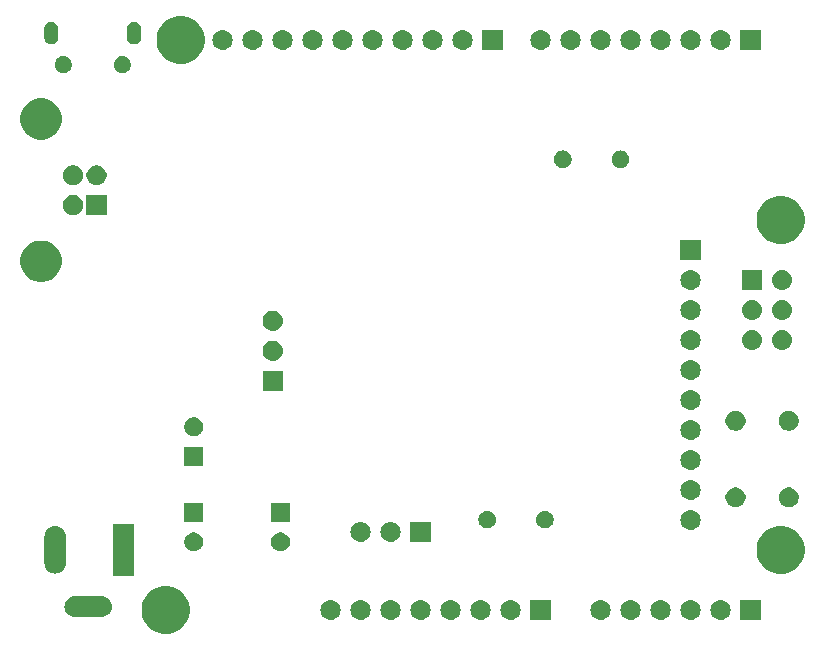
<source format=gbr>
G04 #@! TF.GenerationSoftware,KiCad,Pcbnew,(5.0.1)-3*
G04 #@! TF.CreationDate,2019-02-24T05:11:56+08:00*
G04 #@! TF.ProjectId,InuinoV3,496E75696E6F56332E6B696361645F70,rev?*
G04 #@! TF.SameCoordinates,Original*
G04 #@! TF.FileFunction,Soldermask,Bot*
G04 #@! TF.FilePolarity,Negative*
%FSLAX46Y46*%
G04 Gerber Fmt 4.6, Leading zero omitted, Abs format (unit mm)*
G04 Created by KiCad (PCBNEW (5.0.1)-3) date 2019/2/24 上午 05:11:56*
%MOMM*%
%LPD*%
G01*
G04 APERTURE LIST*
%ADD10C,0.100000*%
G04 APERTURE END LIST*
D10*
G36*
X125560712Y-121871088D02*
X125930510Y-122024263D01*
X125930513Y-122024265D01*
X126263325Y-122246643D01*
X126546357Y-122529675D01*
X126722343Y-122793057D01*
X126768737Y-122862490D01*
X126921912Y-123232288D01*
X127000000Y-123624864D01*
X127000000Y-124025136D01*
X126921912Y-124417712D01*
X126768737Y-124787510D01*
X126768735Y-124787513D01*
X126546357Y-125120325D01*
X126263325Y-125403357D01*
X125930513Y-125625735D01*
X125930510Y-125625737D01*
X125560712Y-125778912D01*
X125168136Y-125857000D01*
X124767864Y-125857000D01*
X124375288Y-125778912D01*
X124005490Y-125625737D01*
X124005487Y-125625735D01*
X123672675Y-125403357D01*
X123389643Y-125120325D01*
X123167265Y-124787513D01*
X123167263Y-124787510D01*
X123014088Y-124417712D01*
X122936000Y-124025136D01*
X122936000Y-123624864D01*
X123014088Y-123232288D01*
X123167263Y-122862490D01*
X123213657Y-122793057D01*
X123389643Y-122529675D01*
X123672675Y-122246643D01*
X124005487Y-122024265D01*
X124005490Y-122024263D01*
X124375288Y-121871088D01*
X124767864Y-121793000D01*
X125168136Y-121793000D01*
X125560712Y-121871088D01*
X125560712Y-121871088D01*
G37*
G36*
X157568000Y-124675000D02*
X155868000Y-124675000D01*
X155868000Y-122975000D01*
X157568000Y-122975000D01*
X157568000Y-124675000D01*
X157568000Y-124675000D01*
G37*
G36*
X154344630Y-122987299D02*
X154504855Y-123035903D01*
X154652520Y-123114831D01*
X154781949Y-123221051D01*
X154888169Y-123350480D01*
X154967097Y-123498145D01*
X155015701Y-123658370D01*
X155032112Y-123825000D01*
X155015701Y-123991630D01*
X154967097Y-124151855D01*
X154888169Y-124299520D01*
X154781949Y-124428949D01*
X154652520Y-124535169D01*
X154504855Y-124614097D01*
X154344630Y-124662701D01*
X154219752Y-124675000D01*
X154136248Y-124675000D01*
X154011370Y-124662701D01*
X153851145Y-124614097D01*
X153703480Y-124535169D01*
X153574051Y-124428949D01*
X153467831Y-124299520D01*
X153388903Y-124151855D01*
X153340299Y-123991630D01*
X153323888Y-123825000D01*
X153340299Y-123658370D01*
X153388903Y-123498145D01*
X153467831Y-123350480D01*
X153574051Y-123221051D01*
X153703480Y-123114831D01*
X153851145Y-123035903D01*
X154011370Y-122987299D01*
X154136248Y-122975000D01*
X154219752Y-122975000D01*
X154344630Y-122987299D01*
X154344630Y-122987299D01*
G37*
G36*
X151804630Y-122987299D02*
X151964855Y-123035903D01*
X152112520Y-123114831D01*
X152241949Y-123221051D01*
X152348169Y-123350480D01*
X152427097Y-123498145D01*
X152475701Y-123658370D01*
X152492112Y-123825000D01*
X152475701Y-123991630D01*
X152427097Y-124151855D01*
X152348169Y-124299520D01*
X152241949Y-124428949D01*
X152112520Y-124535169D01*
X151964855Y-124614097D01*
X151804630Y-124662701D01*
X151679752Y-124675000D01*
X151596248Y-124675000D01*
X151471370Y-124662701D01*
X151311145Y-124614097D01*
X151163480Y-124535169D01*
X151034051Y-124428949D01*
X150927831Y-124299520D01*
X150848903Y-124151855D01*
X150800299Y-123991630D01*
X150783888Y-123825000D01*
X150800299Y-123658370D01*
X150848903Y-123498145D01*
X150927831Y-123350480D01*
X151034051Y-123221051D01*
X151163480Y-123114831D01*
X151311145Y-123035903D01*
X151471370Y-122987299D01*
X151596248Y-122975000D01*
X151679752Y-122975000D01*
X151804630Y-122987299D01*
X151804630Y-122987299D01*
G37*
G36*
X149264630Y-122987299D02*
X149424855Y-123035903D01*
X149572520Y-123114831D01*
X149701949Y-123221051D01*
X149808169Y-123350480D01*
X149887097Y-123498145D01*
X149935701Y-123658370D01*
X149952112Y-123825000D01*
X149935701Y-123991630D01*
X149887097Y-124151855D01*
X149808169Y-124299520D01*
X149701949Y-124428949D01*
X149572520Y-124535169D01*
X149424855Y-124614097D01*
X149264630Y-124662701D01*
X149139752Y-124675000D01*
X149056248Y-124675000D01*
X148931370Y-124662701D01*
X148771145Y-124614097D01*
X148623480Y-124535169D01*
X148494051Y-124428949D01*
X148387831Y-124299520D01*
X148308903Y-124151855D01*
X148260299Y-123991630D01*
X148243888Y-123825000D01*
X148260299Y-123658370D01*
X148308903Y-123498145D01*
X148387831Y-123350480D01*
X148494051Y-123221051D01*
X148623480Y-123114831D01*
X148771145Y-123035903D01*
X148931370Y-122987299D01*
X149056248Y-122975000D01*
X149139752Y-122975000D01*
X149264630Y-122987299D01*
X149264630Y-122987299D01*
G37*
G36*
X146724630Y-122987299D02*
X146884855Y-123035903D01*
X147032520Y-123114831D01*
X147161949Y-123221051D01*
X147268169Y-123350480D01*
X147347097Y-123498145D01*
X147395701Y-123658370D01*
X147412112Y-123825000D01*
X147395701Y-123991630D01*
X147347097Y-124151855D01*
X147268169Y-124299520D01*
X147161949Y-124428949D01*
X147032520Y-124535169D01*
X146884855Y-124614097D01*
X146724630Y-124662701D01*
X146599752Y-124675000D01*
X146516248Y-124675000D01*
X146391370Y-124662701D01*
X146231145Y-124614097D01*
X146083480Y-124535169D01*
X145954051Y-124428949D01*
X145847831Y-124299520D01*
X145768903Y-124151855D01*
X145720299Y-123991630D01*
X145703888Y-123825000D01*
X145720299Y-123658370D01*
X145768903Y-123498145D01*
X145847831Y-123350480D01*
X145954051Y-123221051D01*
X146083480Y-123114831D01*
X146231145Y-123035903D01*
X146391370Y-122987299D01*
X146516248Y-122975000D01*
X146599752Y-122975000D01*
X146724630Y-122987299D01*
X146724630Y-122987299D01*
G37*
G36*
X161964630Y-122987299D02*
X162124855Y-123035903D01*
X162272520Y-123114831D01*
X162401949Y-123221051D01*
X162508169Y-123350480D01*
X162587097Y-123498145D01*
X162635701Y-123658370D01*
X162652112Y-123825000D01*
X162635701Y-123991630D01*
X162587097Y-124151855D01*
X162508169Y-124299520D01*
X162401949Y-124428949D01*
X162272520Y-124535169D01*
X162124855Y-124614097D01*
X161964630Y-124662701D01*
X161839752Y-124675000D01*
X161756248Y-124675000D01*
X161631370Y-124662701D01*
X161471145Y-124614097D01*
X161323480Y-124535169D01*
X161194051Y-124428949D01*
X161087831Y-124299520D01*
X161008903Y-124151855D01*
X160960299Y-123991630D01*
X160943888Y-123825000D01*
X160960299Y-123658370D01*
X161008903Y-123498145D01*
X161087831Y-123350480D01*
X161194051Y-123221051D01*
X161323480Y-123114831D01*
X161471145Y-123035903D01*
X161631370Y-122987299D01*
X161756248Y-122975000D01*
X161839752Y-122975000D01*
X161964630Y-122987299D01*
X161964630Y-122987299D01*
G37*
G36*
X164504630Y-122987299D02*
X164664855Y-123035903D01*
X164812520Y-123114831D01*
X164941949Y-123221051D01*
X165048169Y-123350480D01*
X165127097Y-123498145D01*
X165175701Y-123658370D01*
X165192112Y-123825000D01*
X165175701Y-123991630D01*
X165127097Y-124151855D01*
X165048169Y-124299520D01*
X164941949Y-124428949D01*
X164812520Y-124535169D01*
X164664855Y-124614097D01*
X164504630Y-124662701D01*
X164379752Y-124675000D01*
X164296248Y-124675000D01*
X164171370Y-124662701D01*
X164011145Y-124614097D01*
X163863480Y-124535169D01*
X163734051Y-124428949D01*
X163627831Y-124299520D01*
X163548903Y-124151855D01*
X163500299Y-123991630D01*
X163483888Y-123825000D01*
X163500299Y-123658370D01*
X163548903Y-123498145D01*
X163627831Y-123350480D01*
X163734051Y-123221051D01*
X163863480Y-123114831D01*
X164011145Y-123035903D01*
X164171370Y-122987299D01*
X164296248Y-122975000D01*
X164379752Y-122975000D01*
X164504630Y-122987299D01*
X164504630Y-122987299D01*
G37*
G36*
X167044630Y-122987299D02*
X167204855Y-123035903D01*
X167352520Y-123114831D01*
X167481949Y-123221051D01*
X167588169Y-123350480D01*
X167667097Y-123498145D01*
X167715701Y-123658370D01*
X167732112Y-123825000D01*
X167715701Y-123991630D01*
X167667097Y-124151855D01*
X167588169Y-124299520D01*
X167481949Y-124428949D01*
X167352520Y-124535169D01*
X167204855Y-124614097D01*
X167044630Y-124662701D01*
X166919752Y-124675000D01*
X166836248Y-124675000D01*
X166711370Y-124662701D01*
X166551145Y-124614097D01*
X166403480Y-124535169D01*
X166274051Y-124428949D01*
X166167831Y-124299520D01*
X166088903Y-124151855D01*
X166040299Y-123991630D01*
X166023888Y-123825000D01*
X166040299Y-123658370D01*
X166088903Y-123498145D01*
X166167831Y-123350480D01*
X166274051Y-123221051D01*
X166403480Y-123114831D01*
X166551145Y-123035903D01*
X166711370Y-122987299D01*
X166836248Y-122975000D01*
X166919752Y-122975000D01*
X167044630Y-122987299D01*
X167044630Y-122987299D01*
G37*
G36*
X169584630Y-122987299D02*
X169744855Y-123035903D01*
X169892520Y-123114831D01*
X170021949Y-123221051D01*
X170128169Y-123350480D01*
X170207097Y-123498145D01*
X170255701Y-123658370D01*
X170272112Y-123825000D01*
X170255701Y-123991630D01*
X170207097Y-124151855D01*
X170128169Y-124299520D01*
X170021949Y-124428949D01*
X169892520Y-124535169D01*
X169744855Y-124614097D01*
X169584630Y-124662701D01*
X169459752Y-124675000D01*
X169376248Y-124675000D01*
X169251370Y-124662701D01*
X169091145Y-124614097D01*
X168943480Y-124535169D01*
X168814051Y-124428949D01*
X168707831Y-124299520D01*
X168628903Y-124151855D01*
X168580299Y-123991630D01*
X168563888Y-123825000D01*
X168580299Y-123658370D01*
X168628903Y-123498145D01*
X168707831Y-123350480D01*
X168814051Y-123221051D01*
X168943480Y-123114831D01*
X169091145Y-123035903D01*
X169251370Y-122987299D01*
X169376248Y-122975000D01*
X169459752Y-122975000D01*
X169584630Y-122987299D01*
X169584630Y-122987299D01*
G37*
G36*
X172124630Y-122987299D02*
X172284855Y-123035903D01*
X172432520Y-123114831D01*
X172561949Y-123221051D01*
X172668169Y-123350480D01*
X172747097Y-123498145D01*
X172795701Y-123658370D01*
X172812112Y-123825000D01*
X172795701Y-123991630D01*
X172747097Y-124151855D01*
X172668169Y-124299520D01*
X172561949Y-124428949D01*
X172432520Y-124535169D01*
X172284855Y-124614097D01*
X172124630Y-124662701D01*
X171999752Y-124675000D01*
X171916248Y-124675000D01*
X171791370Y-124662701D01*
X171631145Y-124614097D01*
X171483480Y-124535169D01*
X171354051Y-124428949D01*
X171247831Y-124299520D01*
X171168903Y-124151855D01*
X171120299Y-123991630D01*
X171103888Y-123825000D01*
X171120299Y-123658370D01*
X171168903Y-123498145D01*
X171247831Y-123350480D01*
X171354051Y-123221051D01*
X171483480Y-123114831D01*
X171631145Y-123035903D01*
X171791370Y-122987299D01*
X171916248Y-122975000D01*
X171999752Y-122975000D01*
X172124630Y-122987299D01*
X172124630Y-122987299D01*
G37*
G36*
X175348000Y-124675000D02*
X173648000Y-124675000D01*
X173648000Y-122975000D01*
X175348000Y-122975000D01*
X175348000Y-124675000D01*
X175348000Y-124675000D01*
G37*
G36*
X139104630Y-122987299D02*
X139264855Y-123035903D01*
X139412520Y-123114831D01*
X139541949Y-123221051D01*
X139648169Y-123350480D01*
X139727097Y-123498145D01*
X139775701Y-123658370D01*
X139792112Y-123825000D01*
X139775701Y-123991630D01*
X139727097Y-124151855D01*
X139648169Y-124299520D01*
X139541949Y-124428949D01*
X139412520Y-124535169D01*
X139264855Y-124614097D01*
X139104630Y-124662701D01*
X138979752Y-124675000D01*
X138896248Y-124675000D01*
X138771370Y-124662701D01*
X138611145Y-124614097D01*
X138463480Y-124535169D01*
X138334051Y-124428949D01*
X138227831Y-124299520D01*
X138148903Y-124151855D01*
X138100299Y-123991630D01*
X138083888Y-123825000D01*
X138100299Y-123658370D01*
X138148903Y-123498145D01*
X138227831Y-123350480D01*
X138334051Y-123221051D01*
X138463480Y-123114831D01*
X138611145Y-123035903D01*
X138771370Y-122987299D01*
X138896248Y-122975000D01*
X138979752Y-122975000D01*
X139104630Y-122987299D01*
X139104630Y-122987299D01*
G37*
G36*
X141644630Y-122987299D02*
X141804855Y-123035903D01*
X141952520Y-123114831D01*
X142081949Y-123221051D01*
X142188169Y-123350480D01*
X142267097Y-123498145D01*
X142315701Y-123658370D01*
X142332112Y-123825000D01*
X142315701Y-123991630D01*
X142267097Y-124151855D01*
X142188169Y-124299520D01*
X142081949Y-124428949D01*
X141952520Y-124535169D01*
X141804855Y-124614097D01*
X141644630Y-124662701D01*
X141519752Y-124675000D01*
X141436248Y-124675000D01*
X141311370Y-124662701D01*
X141151145Y-124614097D01*
X141003480Y-124535169D01*
X140874051Y-124428949D01*
X140767831Y-124299520D01*
X140688903Y-124151855D01*
X140640299Y-123991630D01*
X140623888Y-123825000D01*
X140640299Y-123658370D01*
X140688903Y-123498145D01*
X140767831Y-123350480D01*
X140874051Y-123221051D01*
X141003480Y-123114831D01*
X141151145Y-123035903D01*
X141311370Y-122987299D01*
X141436248Y-122975000D01*
X141519752Y-122975000D01*
X141644630Y-122987299D01*
X141644630Y-122987299D01*
G37*
G36*
X144184630Y-122987299D02*
X144344855Y-123035903D01*
X144492520Y-123114831D01*
X144621949Y-123221051D01*
X144728169Y-123350480D01*
X144807097Y-123498145D01*
X144855701Y-123658370D01*
X144872112Y-123825000D01*
X144855701Y-123991630D01*
X144807097Y-124151855D01*
X144728169Y-124299520D01*
X144621949Y-124428949D01*
X144492520Y-124535169D01*
X144344855Y-124614097D01*
X144184630Y-124662701D01*
X144059752Y-124675000D01*
X143976248Y-124675000D01*
X143851370Y-124662701D01*
X143691145Y-124614097D01*
X143543480Y-124535169D01*
X143414051Y-124428949D01*
X143307831Y-124299520D01*
X143228903Y-124151855D01*
X143180299Y-123991630D01*
X143163888Y-123825000D01*
X143180299Y-123658370D01*
X143228903Y-123498145D01*
X143307831Y-123350480D01*
X143414051Y-123221051D01*
X143543480Y-123114831D01*
X143691145Y-123035903D01*
X143851370Y-122987299D01*
X143976248Y-122975000D01*
X144059752Y-122975000D01*
X144184630Y-122987299D01*
X144184630Y-122987299D01*
G37*
G36*
X119688432Y-122658022D02*
X119858081Y-122709485D01*
X120014433Y-122793056D01*
X120151475Y-122905525D01*
X120263944Y-123042567D01*
X120347515Y-123198919D01*
X120398978Y-123368568D01*
X120416354Y-123545000D01*
X120398978Y-123721432D01*
X120347515Y-123891081D01*
X120263944Y-124047433D01*
X120151475Y-124184475D01*
X120014433Y-124296944D01*
X119858081Y-124380515D01*
X119688432Y-124431978D01*
X119556211Y-124445000D01*
X117267789Y-124445000D01*
X117135568Y-124431978D01*
X116965919Y-124380515D01*
X116809567Y-124296944D01*
X116672525Y-124184475D01*
X116560056Y-124047433D01*
X116476485Y-123891081D01*
X116425022Y-123721432D01*
X116407646Y-123545000D01*
X116425022Y-123368568D01*
X116476485Y-123198919D01*
X116560056Y-123042567D01*
X116672525Y-122905525D01*
X116809567Y-122793056D01*
X116965919Y-122709485D01*
X117135568Y-122658022D01*
X117267789Y-122645000D01*
X119556211Y-122645000D01*
X119688432Y-122658022D01*
X119688432Y-122658022D01*
G37*
G36*
X122312000Y-120945000D02*
X120512000Y-120945000D01*
X120512000Y-116545000D01*
X122312000Y-116545000D01*
X122312000Y-120945000D01*
X122312000Y-120945000D01*
G37*
G36*
X177630712Y-116791088D02*
X178000510Y-116944263D01*
X178000513Y-116944265D01*
X178333325Y-117166643D01*
X178616357Y-117449675D01*
X178776616Y-117689520D01*
X178838737Y-117782490D01*
X178991912Y-118152288D01*
X179070000Y-118544864D01*
X179070000Y-118945136D01*
X178991912Y-119337712D01*
X178838737Y-119707510D01*
X178838735Y-119707513D01*
X178616357Y-120040325D01*
X178333325Y-120323357D01*
X178092195Y-120484475D01*
X178000510Y-120545737D01*
X177630712Y-120698912D01*
X177238136Y-120777000D01*
X176837864Y-120777000D01*
X176445288Y-120698912D01*
X176075490Y-120545737D01*
X175983805Y-120484475D01*
X175742675Y-120323357D01*
X175459643Y-120040325D01*
X175237265Y-119707513D01*
X175237263Y-119707510D01*
X175084088Y-119337712D01*
X175006000Y-118945136D01*
X175006000Y-118544864D01*
X175084088Y-118152288D01*
X175237263Y-117782490D01*
X175299384Y-117689520D01*
X175459643Y-117449675D01*
X175742675Y-117166643D01*
X176075487Y-116944265D01*
X176075490Y-116944263D01*
X176445288Y-116791088D01*
X176837864Y-116713000D01*
X177238136Y-116713000D01*
X177630712Y-116791088D01*
X177630712Y-116791088D01*
G37*
G36*
X115788432Y-116758022D02*
X115958081Y-116809485D01*
X116114433Y-116893056D01*
X116251475Y-117005525D01*
X116363944Y-117142567D01*
X116447515Y-117298919D01*
X116498978Y-117468568D01*
X116512000Y-117600789D01*
X116512000Y-119889211D01*
X116498978Y-120021432D01*
X116447515Y-120191081D01*
X116363944Y-120347433D01*
X116251475Y-120484475D01*
X116114436Y-120596941D01*
X115958076Y-120680516D01*
X115788431Y-120731978D01*
X115612000Y-120749354D01*
X115435568Y-120731978D01*
X115265919Y-120680515D01*
X115109567Y-120596944D01*
X114972525Y-120484475D01*
X114860059Y-120347436D01*
X114776484Y-120191076D01*
X114725022Y-120021431D01*
X114712000Y-119889210D01*
X114712001Y-117600789D01*
X114725023Y-117468568D01*
X114776486Y-117298919D01*
X114860057Y-117142567D01*
X114972526Y-117005525D01*
X115109568Y-116893056D01*
X115265920Y-116809485D01*
X115435569Y-116758022D01*
X115612000Y-116740646D01*
X115788432Y-116758022D01*
X115788432Y-116758022D01*
G37*
G36*
X134931352Y-117295743D02*
X135076941Y-117356048D01*
X135207973Y-117443601D01*
X135319399Y-117555027D01*
X135406952Y-117686059D01*
X135467257Y-117831648D01*
X135498000Y-117986205D01*
X135498000Y-118143795D01*
X135467257Y-118298352D01*
X135406952Y-118443941D01*
X135319399Y-118574973D01*
X135207973Y-118686399D01*
X135076941Y-118773952D01*
X134931352Y-118834257D01*
X134776795Y-118865000D01*
X134619205Y-118865000D01*
X134464648Y-118834257D01*
X134319059Y-118773952D01*
X134188027Y-118686399D01*
X134076601Y-118574973D01*
X133989048Y-118443941D01*
X133928743Y-118298352D01*
X133898000Y-118143795D01*
X133898000Y-117986205D01*
X133928743Y-117831648D01*
X133989048Y-117686059D01*
X134076601Y-117555027D01*
X134188027Y-117443601D01*
X134319059Y-117356048D01*
X134464648Y-117295743D01*
X134619205Y-117265000D01*
X134776795Y-117265000D01*
X134931352Y-117295743D01*
X134931352Y-117295743D01*
G37*
G36*
X127581352Y-117295743D02*
X127726941Y-117356048D01*
X127857973Y-117443601D01*
X127969399Y-117555027D01*
X128056952Y-117686059D01*
X128117257Y-117831648D01*
X128148000Y-117986205D01*
X128148000Y-118143795D01*
X128117257Y-118298352D01*
X128056952Y-118443941D01*
X127969399Y-118574973D01*
X127857973Y-118686399D01*
X127726941Y-118773952D01*
X127581352Y-118834257D01*
X127426795Y-118865000D01*
X127269205Y-118865000D01*
X127114648Y-118834257D01*
X126969059Y-118773952D01*
X126838027Y-118686399D01*
X126726601Y-118574973D01*
X126639048Y-118443941D01*
X126578743Y-118298352D01*
X126548000Y-118143795D01*
X126548000Y-117986205D01*
X126578743Y-117831648D01*
X126639048Y-117686059D01*
X126726601Y-117555027D01*
X126838027Y-117443601D01*
X126969059Y-117356048D01*
X127114648Y-117295743D01*
X127269205Y-117265000D01*
X127426795Y-117265000D01*
X127581352Y-117295743D01*
X127581352Y-117295743D01*
G37*
G36*
X144184630Y-116377299D02*
X144344855Y-116425903D01*
X144492520Y-116504831D01*
X144621949Y-116611051D01*
X144728169Y-116740480D01*
X144807097Y-116888145D01*
X144855701Y-117048370D01*
X144872112Y-117215000D01*
X144855701Y-117381630D01*
X144807097Y-117541855D01*
X144728169Y-117689520D01*
X144621949Y-117818949D01*
X144492520Y-117925169D01*
X144344855Y-118004097D01*
X144184630Y-118052701D01*
X144059752Y-118065000D01*
X143976248Y-118065000D01*
X143851370Y-118052701D01*
X143691145Y-118004097D01*
X143543480Y-117925169D01*
X143414051Y-117818949D01*
X143307831Y-117689520D01*
X143228903Y-117541855D01*
X143180299Y-117381630D01*
X143163888Y-117215000D01*
X143180299Y-117048370D01*
X143228903Y-116888145D01*
X143307831Y-116740480D01*
X143414051Y-116611051D01*
X143543480Y-116504831D01*
X143691145Y-116425903D01*
X143851370Y-116377299D01*
X143976248Y-116365000D01*
X144059752Y-116365000D01*
X144184630Y-116377299D01*
X144184630Y-116377299D01*
G37*
G36*
X147408000Y-118065000D02*
X145708000Y-118065000D01*
X145708000Y-116365000D01*
X147408000Y-116365000D01*
X147408000Y-118065000D01*
X147408000Y-118065000D01*
G37*
G36*
X141644630Y-116377299D02*
X141804855Y-116425903D01*
X141952520Y-116504831D01*
X142081949Y-116611051D01*
X142188169Y-116740480D01*
X142267097Y-116888145D01*
X142315701Y-117048370D01*
X142332112Y-117215000D01*
X142315701Y-117381630D01*
X142267097Y-117541855D01*
X142188169Y-117689520D01*
X142081949Y-117818949D01*
X141952520Y-117925169D01*
X141804855Y-118004097D01*
X141644630Y-118052701D01*
X141519752Y-118065000D01*
X141436248Y-118065000D01*
X141311370Y-118052701D01*
X141151145Y-118004097D01*
X141003480Y-117925169D01*
X140874051Y-117818949D01*
X140767831Y-117689520D01*
X140688903Y-117541855D01*
X140640299Y-117381630D01*
X140623888Y-117215000D01*
X140640299Y-117048370D01*
X140688903Y-116888145D01*
X140767831Y-116740480D01*
X140874051Y-116611051D01*
X141003480Y-116504831D01*
X141151145Y-116425903D01*
X141311370Y-116377299D01*
X141436248Y-116365000D01*
X141519752Y-116365000D01*
X141644630Y-116377299D01*
X141644630Y-116377299D01*
G37*
G36*
X169584630Y-115367299D02*
X169744855Y-115415903D01*
X169892520Y-115494831D01*
X170021949Y-115601051D01*
X170128169Y-115730480D01*
X170207097Y-115878145D01*
X170255701Y-116038370D01*
X170272112Y-116205000D01*
X170255701Y-116371630D01*
X170207097Y-116531855D01*
X170128169Y-116679520D01*
X170021949Y-116808949D01*
X169892520Y-116915169D01*
X169744855Y-116994097D01*
X169584630Y-117042701D01*
X169459752Y-117055000D01*
X169376248Y-117055000D01*
X169251370Y-117042701D01*
X169091145Y-116994097D01*
X168943480Y-116915169D01*
X168814051Y-116808949D01*
X168707831Y-116679520D01*
X168628903Y-116531855D01*
X168580299Y-116371630D01*
X168563888Y-116205000D01*
X168580299Y-116038370D01*
X168628903Y-115878145D01*
X168707831Y-115730480D01*
X168814051Y-115601051D01*
X168943480Y-115494831D01*
X169091145Y-115415903D01*
X169251370Y-115367299D01*
X169376248Y-115355000D01*
X169459752Y-115355000D01*
X169584630Y-115367299D01*
X169584630Y-115367299D01*
G37*
G36*
X152344318Y-115429411D02*
X152416767Y-115443822D01*
X152473303Y-115467240D01*
X152553257Y-115500358D01*
X152676100Y-115582439D01*
X152780561Y-115686900D01*
X152862642Y-115809743D01*
X152890975Y-115878145D01*
X152919178Y-115946233D01*
X152948000Y-116091131D01*
X152948000Y-116238869D01*
X152919178Y-116383767D01*
X152895760Y-116440303D01*
X152862642Y-116520257D01*
X152780561Y-116643100D01*
X152676100Y-116747561D01*
X152553257Y-116829642D01*
X152473303Y-116862760D01*
X152416767Y-116886178D01*
X152344318Y-116900589D01*
X152271870Y-116915000D01*
X152124130Y-116915000D01*
X152051682Y-116900589D01*
X151979233Y-116886178D01*
X151922697Y-116862760D01*
X151842743Y-116829642D01*
X151719900Y-116747561D01*
X151615439Y-116643100D01*
X151533358Y-116520257D01*
X151500240Y-116440303D01*
X151476822Y-116383767D01*
X151448000Y-116238869D01*
X151448000Y-116091131D01*
X151476822Y-115946233D01*
X151505025Y-115878145D01*
X151533358Y-115809743D01*
X151615439Y-115686900D01*
X151719900Y-115582439D01*
X151842743Y-115500358D01*
X151922697Y-115467240D01*
X151979233Y-115443822D01*
X152051682Y-115429411D01*
X152124130Y-115415000D01*
X152271870Y-115415000D01*
X152344318Y-115429411D01*
X152344318Y-115429411D01*
G37*
G36*
X157224318Y-115429411D02*
X157296767Y-115443822D01*
X157353303Y-115467240D01*
X157433257Y-115500358D01*
X157556100Y-115582439D01*
X157660561Y-115686900D01*
X157742642Y-115809743D01*
X157770975Y-115878145D01*
X157799178Y-115946233D01*
X157828000Y-116091131D01*
X157828000Y-116238869D01*
X157799178Y-116383767D01*
X157775760Y-116440303D01*
X157742642Y-116520257D01*
X157660561Y-116643100D01*
X157556100Y-116747561D01*
X157433257Y-116829642D01*
X157353303Y-116862760D01*
X157296767Y-116886178D01*
X157224318Y-116900589D01*
X157151870Y-116915000D01*
X157004130Y-116915000D01*
X156931682Y-116900589D01*
X156859233Y-116886178D01*
X156802697Y-116862760D01*
X156722743Y-116829642D01*
X156599900Y-116747561D01*
X156495439Y-116643100D01*
X156413358Y-116520257D01*
X156380240Y-116440303D01*
X156356822Y-116383767D01*
X156328000Y-116238869D01*
X156328000Y-116091131D01*
X156356822Y-115946233D01*
X156385025Y-115878145D01*
X156413358Y-115809743D01*
X156495439Y-115686900D01*
X156599900Y-115582439D01*
X156722743Y-115500358D01*
X156802697Y-115467240D01*
X156859233Y-115443822D01*
X156931682Y-115429411D01*
X157004130Y-115415000D01*
X157151870Y-115415000D01*
X157224318Y-115429411D01*
X157224318Y-115429411D01*
G37*
G36*
X128148000Y-116365000D02*
X126548000Y-116365000D01*
X126548000Y-114765000D01*
X128148000Y-114765000D01*
X128148000Y-116365000D01*
X128148000Y-116365000D01*
G37*
G36*
X135498000Y-116365000D02*
X133898000Y-116365000D01*
X133898000Y-114765000D01*
X135498000Y-114765000D01*
X135498000Y-116365000D01*
X135498000Y-116365000D01*
G37*
G36*
X177975934Y-113482664D02*
X178130627Y-113546740D01*
X178269847Y-113639764D01*
X178388236Y-113758153D01*
X178481260Y-113897373D01*
X178545336Y-114052066D01*
X178578000Y-114216281D01*
X178578000Y-114383719D01*
X178545336Y-114547934D01*
X178481260Y-114702627D01*
X178388236Y-114841847D01*
X178269847Y-114960236D01*
X178130627Y-115053260D01*
X177975934Y-115117336D01*
X177811719Y-115150000D01*
X177644281Y-115150000D01*
X177480066Y-115117336D01*
X177325373Y-115053260D01*
X177186153Y-114960236D01*
X177067764Y-114841847D01*
X176974740Y-114702627D01*
X176910664Y-114547934D01*
X176878000Y-114383719D01*
X176878000Y-114216281D01*
X176910664Y-114052066D01*
X176974740Y-113897373D01*
X177067764Y-113758153D01*
X177186153Y-113639764D01*
X177325373Y-113546740D01*
X177480066Y-113482664D01*
X177644281Y-113450000D01*
X177811719Y-113450000D01*
X177975934Y-113482664D01*
X177975934Y-113482664D01*
G37*
G36*
X173475934Y-113482664D02*
X173630627Y-113546740D01*
X173769847Y-113639764D01*
X173888236Y-113758153D01*
X173981260Y-113897373D01*
X174045336Y-114052066D01*
X174078000Y-114216281D01*
X174078000Y-114383719D01*
X174045336Y-114547934D01*
X173981260Y-114702627D01*
X173888236Y-114841847D01*
X173769847Y-114960236D01*
X173630627Y-115053260D01*
X173475934Y-115117336D01*
X173311719Y-115150000D01*
X173144281Y-115150000D01*
X172980066Y-115117336D01*
X172825373Y-115053260D01*
X172686153Y-114960236D01*
X172567764Y-114841847D01*
X172474740Y-114702627D01*
X172410664Y-114547934D01*
X172378000Y-114383719D01*
X172378000Y-114216281D01*
X172410664Y-114052066D01*
X172474740Y-113897373D01*
X172567764Y-113758153D01*
X172686153Y-113639764D01*
X172825373Y-113546740D01*
X172980066Y-113482664D01*
X173144281Y-113450000D01*
X173311719Y-113450000D01*
X173475934Y-113482664D01*
X173475934Y-113482664D01*
G37*
G36*
X169584630Y-112827299D02*
X169744855Y-112875903D01*
X169892520Y-112954831D01*
X170021949Y-113061051D01*
X170128169Y-113190480D01*
X170207097Y-113338145D01*
X170255701Y-113498370D01*
X170272112Y-113665000D01*
X170255701Y-113831630D01*
X170207097Y-113991855D01*
X170128169Y-114139520D01*
X170021949Y-114268949D01*
X169892520Y-114375169D01*
X169744855Y-114454097D01*
X169584630Y-114502701D01*
X169459752Y-114515000D01*
X169376248Y-114515000D01*
X169251370Y-114502701D01*
X169091145Y-114454097D01*
X168943480Y-114375169D01*
X168814051Y-114268949D01*
X168707831Y-114139520D01*
X168628903Y-113991855D01*
X168580299Y-113831630D01*
X168563888Y-113665000D01*
X168580299Y-113498370D01*
X168628903Y-113338145D01*
X168707831Y-113190480D01*
X168814051Y-113061051D01*
X168943480Y-112954831D01*
X169091145Y-112875903D01*
X169251370Y-112827299D01*
X169376248Y-112815000D01*
X169459752Y-112815000D01*
X169584630Y-112827299D01*
X169584630Y-112827299D01*
G37*
G36*
X169584630Y-110287299D02*
X169744855Y-110335903D01*
X169892520Y-110414831D01*
X170021949Y-110521051D01*
X170128169Y-110650480D01*
X170207097Y-110798145D01*
X170255701Y-110958370D01*
X170272112Y-111125000D01*
X170255701Y-111291630D01*
X170207097Y-111451855D01*
X170128169Y-111599520D01*
X170021949Y-111728949D01*
X169892520Y-111835169D01*
X169744855Y-111914097D01*
X169584630Y-111962701D01*
X169459752Y-111975000D01*
X169376248Y-111975000D01*
X169251370Y-111962701D01*
X169091145Y-111914097D01*
X168943480Y-111835169D01*
X168814051Y-111728949D01*
X168707831Y-111599520D01*
X168628903Y-111451855D01*
X168580299Y-111291630D01*
X168563888Y-111125000D01*
X168580299Y-110958370D01*
X168628903Y-110798145D01*
X168707831Y-110650480D01*
X168814051Y-110521051D01*
X168943480Y-110414831D01*
X169091145Y-110335903D01*
X169251370Y-110287299D01*
X169376248Y-110275000D01*
X169459752Y-110275000D01*
X169584630Y-110287299D01*
X169584630Y-110287299D01*
G37*
G36*
X128158000Y-111625000D02*
X126558000Y-111625000D01*
X126558000Y-110025000D01*
X128158000Y-110025000D01*
X128158000Y-111625000D01*
X128158000Y-111625000D01*
G37*
G36*
X169584630Y-107747299D02*
X169744855Y-107795903D01*
X169892520Y-107874831D01*
X170021949Y-107981051D01*
X170128169Y-108110480D01*
X170207097Y-108258145D01*
X170255701Y-108418370D01*
X170272112Y-108585000D01*
X170255701Y-108751630D01*
X170207097Y-108911855D01*
X170128169Y-109059520D01*
X170021949Y-109188949D01*
X169892520Y-109295169D01*
X169744855Y-109374097D01*
X169584630Y-109422701D01*
X169459752Y-109435000D01*
X169376248Y-109435000D01*
X169251370Y-109422701D01*
X169091145Y-109374097D01*
X168943480Y-109295169D01*
X168814051Y-109188949D01*
X168707831Y-109059520D01*
X168628903Y-108911855D01*
X168580299Y-108751630D01*
X168563888Y-108585000D01*
X168580299Y-108418370D01*
X168628903Y-108258145D01*
X168707831Y-108110480D01*
X168814051Y-107981051D01*
X168943480Y-107874831D01*
X169091145Y-107795903D01*
X169251370Y-107747299D01*
X169376248Y-107735000D01*
X169459752Y-107735000D01*
X169584630Y-107747299D01*
X169584630Y-107747299D01*
G37*
G36*
X127591352Y-107555743D02*
X127736941Y-107616048D01*
X127867973Y-107703601D01*
X127979399Y-107815027D01*
X128066952Y-107946059D01*
X128127257Y-108091648D01*
X128158000Y-108246205D01*
X128158000Y-108403795D01*
X128127257Y-108558352D01*
X128066952Y-108703941D01*
X127979399Y-108834973D01*
X127867973Y-108946399D01*
X127736941Y-109033952D01*
X127591352Y-109094257D01*
X127436795Y-109125000D01*
X127279205Y-109125000D01*
X127124648Y-109094257D01*
X126979059Y-109033952D01*
X126848027Y-108946399D01*
X126736601Y-108834973D01*
X126649048Y-108703941D01*
X126588743Y-108558352D01*
X126558000Y-108403795D01*
X126558000Y-108246205D01*
X126588743Y-108091648D01*
X126649048Y-107946059D01*
X126736601Y-107815027D01*
X126848027Y-107703601D01*
X126979059Y-107616048D01*
X127124648Y-107555743D01*
X127279205Y-107525000D01*
X127436795Y-107525000D01*
X127591352Y-107555743D01*
X127591352Y-107555743D01*
G37*
G36*
X177975934Y-106982664D02*
X178130627Y-107046740D01*
X178269847Y-107139764D01*
X178388236Y-107258153D01*
X178481260Y-107397373D01*
X178545336Y-107552066D01*
X178578000Y-107716281D01*
X178578000Y-107883719D01*
X178545336Y-108047934D01*
X178481260Y-108202627D01*
X178388236Y-108341847D01*
X178269847Y-108460236D01*
X178130627Y-108553260D01*
X177975934Y-108617336D01*
X177811719Y-108650000D01*
X177644281Y-108650000D01*
X177480066Y-108617336D01*
X177325373Y-108553260D01*
X177186153Y-108460236D01*
X177067764Y-108341847D01*
X176974740Y-108202627D01*
X176910664Y-108047934D01*
X176878000Y-107883719D01*
X176878000Y-107716281D01*
X176910664Y-107552066D01*
X176974740Y-107397373D01*
X177067764Y-107258153D01*
X177186153Y-107139764D01*
X177325373Y-107046740D01*
X177480066Y-106982664D01*
X177644281Y-106950000D01*
X177811719Y-106950000D01*
X177975934Y-106982664D01*
X177975934Y-106982664D01*
G37*
G36*
X173475934Y-106982664D02*
X173630627Y-107046740D01*
X173769847Y-107139764D01*
X173888236Y-107258153D01*
X173981260Y-107397373D01*
X174045336Y-107552066D01*
X174078000Y-107716281D01*
X174078000Y-107883719D01*
X174045336Y-108047934D01*
X173981260Y-108202627D01*
X173888236Y-108341847D01*
X173769847Y-108460236D01*
X173630627Y-108553260D01*
X173475934Y-108617336D01*
X173311719Y-108650000D01*
X173144281Y-108650000D01*
X172980066Y-108617336D01*
X172825373Y-108553260D01*
X172686153Y-108460236D01*
X172567764Y-108341847D01*
X172474740Y-108202627D01*
X172410664Y-108047934D01*
X172378000Y-107883719D01*
X172378000Y-107716281D01*
X172410664Y-107552066D01*
X172474740Y-107397373D01*
X172567764Y-107258153D01*
X172686153Y-107139764D01*
X172825373Y-107046740D01*
X172980066Y-106982664D01*
X173144281Y-106950000D01*
X173311719Y-106950000D01*
X173475934Y-106982664D01*
X173475934Y-106982664D01*
G37*
G36*
X169584630Y-105207299D02*
X169744855Y-105255903D01*
X169892520Y-105334831D01*
X170021949Y-105441051D01*
X170128169Y-105570480D01*
X170207097Y-105718145D01*
X170255701Y-105878370D01*
X170272112Y-106045000D01*
X170255701Y-106211630D01*
X170207097Y-106371855D01*
X170128169Y-106519520D01*
X170021949Y-106648949D01*
X169892520Y-106755169D01*
X169744855Y-106834097D01*
X169584630Y-106882701D01*
X169459752Y-106895000D01*
X169376248Y-106895000D01*
X169251370Y-106882701D01*
X169091145Y-106834097D01*
X168943480Y-106755169D01*
X168814051Y-106648949D01*
X168707831Y-106519520D01*
X168628903Y-106371855D01*
X168580299Y-106211630D01*
X168563888Y-106045000D01*
X168580299Y-105878370D01*
X168628903Y-105718145D01*
X168707831Y-105570480D01*
X168814051Y-105441051D01*
X168943480Y-105334831D01*
X169091145Y-105255903D01*
X169251370Y-105207299D01*
X169376248Y-105195000D01*
X169459752Y-105195000D01*
X169584630Y-105207299D01*
X169584630Y-105207299D01*
G37*
G36*
X134898000Y-105265000D02*
X133198000Y-105265000D01*
X133198000Y-103565000D01*
X134898000Y-103565000D01*
X134898000Y-105265000D01*
X134898000Y-105265000D01*
G37*
G36*
X169584630Y-102667299D02*
X169744855Y-102715903D01*
X169892520Y-102794831D01*
X170021949Y-102901051D01*
X170128169Y-103030480D01*
X170207097Y-103178145D01*
X170255701Y-103338370D01*
X170272112Y-103505000D01*
X170255701Y-103671630D01*
X170207097Y-103831855D01*
X170128169Y-103979520D01*
X170021949Y-104108949D01*
X169892520Y-104215169D01*
X169744855Y-104294097D01*
X169584630Y-104342701D01*
X169459752Y-104355000D01*
X169376248Y-104355000D01*
X169251370Y-104342701D01*
X169091145Y-104294097D01*
X168943480Y-104215169D01*
X168814051Y-104108949D01*
X168707831Y-103979520D01*
X168628903Y-103831855D01*
X168580299Y-103671630D01*
X168563888Y-103505000D01*
X168580299Y-103338370D01*
X168628903Y-103178145D01*
X168707831Y-103030480D01*
X168814051Y-102901051D01*
X168943480Y-102794831D01*
X169091145Y-102715903D01*
X169251370Y-102667299D01*
X169376248Y-102655000D01*
X169459752Y-102655000D01*
X169584630Y-102667299D01*
X169584630Y-102667299D01*
G37*
G36*
X134214630Y-101037299D02*
X134374855Y-101085903D01*
X134522520Y-101164831D01*
X134651949Y-101271051D01*
X134758169Y-101400480D01*
X134837097Y-101548145D01*
X134885701Y-101708370D01*
X134902112Y-101875000D01*
X134885701Y-102041630D01*
X134837097Y-102201855D01*
X134758169Y-102349520D01*
X134651949Y-102478949D01*
X134522520Y-102585169D01*
X134374855Y-102664097D01*
X134214630Y-102712701D01*
X134089752Y-102725000D01*
X134006248Y-102725000D01*
X133881370Y-102712701D01*
X133721145Y-102664097D01*
X133573480Y-102585169D01*
X133444051Y-102478949D01*
X133337831Y-102349520D01*
X133258903Y-102201855D01*
X133210299Y-102041630D01*
X133193888Y-101875000D01*
X133210299Y-101708370D01*
X133258903Y-101548145D01*
X133337831Y-101400480D01*
X133444051Y-101271051D01*
X133573480Y-101164831D01*
X133721145Y-101085903D01*
X133881370Y-101037299D01*
X134006248Y-101025000D01*
X134089752Y-101025000D01*
X134214630Y-101037299D01*
X134214630Y-101037299D01*
G37*
G36*
X169584630Y-100127299D02*
X169744855Y-100175903D01*
X169892520Y-100254831D01*
X170021949Y-100361051D01*
X170128169Y-100490480D01*
X170207097Y-100638145D01*
X170255701Y-100798370D01*
X170272112Y-100965000D01*
X170255701Y-101131630D01*
X170207097Y-101291855D01*
X170128169Y-101439520D01*
X170021949Y-101568949D01*
X169892520Y-101675169D01*
X169744855Y-101754097D01*
X169584630Y-101802701D01*
X169459752Y-101815000D01*
X169376248Y-101815000D01*
X169251370Y-101802701D01*
X169091145Y-101754097D01*
X168943480Y-101675169D01*
X168814051Y-101568949D01*
X168707831Y-101439520D01*
X168628903Y-101291855D01*
X168580299Y-101131630D01*
X168563888Y-100965000D01*
X168580299Y-100798370D01*
X168628903Y-100638145D01*
X168707831Y-100490480D01*
X168814051Y-100361051D01*
X168943480Y-100254831D01*
X169091145Y-100175903D01*
X169251370Y-100127299D01*
X169376248Y-100115000D01*
X169459752Y-100115000D01*
X169584630Y-100127299D01*
X169584630Y-100127299D01*
G37*
G36*
X177331630Y-100127299D02*
X177491855Y-100175903D01*
X177639520Y-100254831D01*
X177768949Y-100361051D01*
X177875169Y-100490480D01*
X177954097Y-100638145D01*
X178002701Y-100798370D01*
X178019112Y-100965000D01*
X178002701Y-101131630D01*
X177954097Y-101291855D01*
X177875169Y-101439520D01*
X177768949Y-101568949D01*
X177639520Y-101675169D01*
X177491855Y-101754097D01*
X177331630Y-101802701D01*
X177206752Y-101815000D01*
X177123248Y-101815000D01*
X176998370Y-101802701D01*
X176838145Y-101754097D01*
X176690480Y-101675169D01*
X176561051Y-101568949D01*
X176454831Y-101439520D01*
X176375903Y-101291855D01*
X176327299Y-101131630D01*
X176310888Y-100965000D01*
X176327299Y-100798370D01*
X176375903Y-100638145D01*
X176454831Y-100490480D01*
X176561051Y-100361051D01*
X176690480Y-100254831D01*
X176838145Y-100175903D01*
X176998370Y-100127299D01*
X177123248Y-100115000D01*
X177206752Y-100115000D01*
X177331630Y-100127299D01*
X177331630Y-100127299D01*
G37*
G36*
X174791630Y-100127299D02*
X174951855Y-100175903D01*
X175099520Y-100254831D01*
X175228949Y-100361051D01*
X175335169Y-100490480D01*
X175414097Y-100638145D01*
X175462701Y-100798370D01*
X175479112Y-100965000D01*
X175462701Y-101131630D01*
X175414097Y-101291855D01*
X175335169Y-101439520D01*
X175228949Y-101568949D01*
X175099520Y-101675169D01*
X174951855Y-101754097D01*
X174791630Y-101802701D01*
X174666752Y-101815000D01*
X174583248Y-101815000D01*
X174458370Y-101802701D01*
X174298145Y-101754097D01*
X174150480Y-101675169D01*
X174021051Y-101568949D01*
X173914831Y-101439520D01*
X173835903Y-101291855D01*
X173787299Y-101131630D01*
X173770888Y-100965000D01*
X173787299Y-100798370D01*
X173835903Y-100638145D01*
X173914831Y-100490480D01*
X174021051Y-100361051D01*
X174150480Y-100254831D01*
X174298145Y-100175903D01*
X174458370Y-100127299D01*
X174583248Y-100115000D01*
X174666752Y-100115000D01*
X174791630Y-100127299D01*
X174791630Y-100127299D01*
G37*
G36*
X134214630Y-98497299D02*
X134374855Y-98545903D01*
X134522520Y-98624831D01*
X134651949Y-98731051D01*
X134758169Y-98860480D01*
X134837097Y-99008145D01*
X134885701Y-99168370D01*
X134902112Y-99335000D01*
X134885701Y-99501630D01*
X134837097Y-99661855D01*
X134758169Y-99809520D01*
X134651949Y-99938949D01*
X134522520Y-100045169D01*
X134374855Y-100124097D01*
X134214630Y-100172701D01*
X134089752Y-100185000D01*
X134006248Y-100185000D01*
X133881370Y-100172701D01*
X133721145Y-100124097D01*
X133573480Y-100045169D01*
X133444051Y-99938949D01*
X133337831Y-99809520D01*
X133258903Y-99661855D01*
X133210299Y-99501630D01*
X133193888Y-99335000D01*
X133210299Y-99168370D01*
X133258903Y-99008145D01*
X133337831Y-98860480D01*
X133444051Y-98731051D01*
X133573480Y-98624831D01*
X133721145Y-98545903D01*
X133881370Y-98497299D01*
X134006248Y-98485000D01*
X134089752Y-98485000D01*
X134214630Y-98497299D01*
X134214630Y-98497299D01*
G37*
G36*
X177331630Y-97587299D02*
X177491855Y-97635903D01*
X177639520Y-97714831D01*
X177768949Y-97821051D01*
X177875169Y-97950480D01*
X177954097Y-98098145D01*
X178002701Y-98258370D01*
X178019112Y-98425000D01*
X178002701Y-98591630D01*
X177954097Y-98751855D01*
X177875169Y-98899520D01*
X177768949Y-99028949D01*
X177639520Y-99135169D01*
X177491855Y-99214097D01*
X177331630Y-99262701D01*
X177206752Y-99275000D01*
X177123248Y-99275000D01*
X176998370Y-99262701D01*
X176838145Y-99214097D01*
X176690480Y-99135169D01*
X176561051Y-99028949D01*
X176454831Y-98899520D01*
X176375903Y-98751855D01*
X176327299Y-98591630D01*
X176310888Y-98425000D01*
X176327299Y-98258370D01*
X176375903Y-98098145D01*
X176454831Y-97950480D01*
X176561051Y-97821051D01*
X176690480Y-97714831D01*
X176838145Y-97635903D01*
X176998370Y-97587299D01*
X177123248Y-97575000D01*
X177206752Y-97575000D01*
X177331630Y-97587299D01*
X177331630Y-97587299D01*
G37*
G36*
X174791630Y-97587299D02*
X174951855Y-97635903D01*
X175099520Y-97714831D01*
X175228949Y-97821051D01*
X175335169Y-97950480D01*
X175414097Y-98098145D01*
X175462701Y-98258370D01*
X175479112Y-98425000D01*
X175462701Y-98591630D01*
X175414097Y-98751855D01*
X175335169Y-98899520D01*
X175228949Y-99028949D01*
X175099520Y-99135169D01*
X174951855Y-99214097D01*
X174791630Y-99262701D01*
X174666752Y-99275000D01*
X174583248Y-99275000D01*
X174458370Y-99262701D01*
X174298145Y-99214097D01*
X174150480Y-99135169D01*
X174021051Y-99028949D01*
X173914831Y-98899520D01*
X173835903Y-98751855D01*
X173787299Y-98591630D01*
X173770888Y-98425000D01*
X173787299Y-98258370D01*
X173835903Y-98098145D01*
X173914831Y-97950480D01*
X174021051Y-97821051D01*
X174150480Y-97714831D01*
X174298145Y-97635903D01*
X174458370Y-97587299D01*
X174583248Y-97575000D01*
X174666752Y-97575000D01*
X174791630Y-97587299D01*
X174791630Y-97587299D01*
G37*
G36*
X169584630Y-97587299D02*
X169744855Y-97635903D01*
X169892520Y-97714831D01*
X170021949Y-97821051D01*
X170128169Y-97950480D01*
X170207097Y-98098145D01*
X170255701Y-98258370D01*
X170272112Y-98425000D01*
X170255701Y-98591630D01*
X170207097Y-98751855D01*
X170128169Y-98899520D01*
X170021949Y-99028949D01*
X169892520Y-99135169D01*
X169744855Y-99214097D01*
X169584630Y-99262701D01*
X169459752Y-99275000D01*
X169376248Y-99275000D01*
X169251370Y-99262701D01*
X169091145Y-99214097D01*
X168943480Y-99135169D01*
X168814051Y-99028949D01*
X168707831Y-98899520D01*
X168628903Y-98751855D01*
X168580299Y-98591630D01*
X168563888Y-98425000D01*
X168580299Y-98258370D01*
X168628903Y-98098145D01*
X168707831Y-97950480D01*
X168814051Y-97821051D01*
X168943480Y-97714831D01*
X169091145Y-97635903D01*
X169251370Y-97587299D01*
X169376248Y-97575000D01*
X169459752Y-97575000D01*
X169584630Y-97587299D01*
X169584630Y-97587299D01*
G37*
G36*
X169584630Y-95047299D02*
X169744855Y-95095903D01*
X169892520Y-95174831D01*
X170021949Y-95281051D01*
X170128169Y-95410480D01*
X170207097Y-95558145D01*
X170255701Y-95718370D01*
X170272112Y-95885000D01*
X170255701Y-96051630D01*
X170207097Y-96211855D01*
X170128169Y-96359520D01*
X170021949Y-96488949D01*
X169892520Y-96595169D01*
X169744855Y-96674097D01*
X169584630Y-96722701D01*
X169459752Y-96735000D01*
X169376248Y-96735000D01*
X169251370Y-96722701D01*
X169091145Y-96674097D01*
X168943480Y-96595169D01*
X168814051Y-96488949D01*
X168707831Y-96359520D01*
X168628903Y-96211855D01*
X168580299Y-96051630D01*
X168563888Y-95885000D01*
X168580299Y-95718370D01*
X168628903Y-95558145D01*
X168707831Y-95410480D01*
X168814051Y-95281051D01*
X168943480Y-95174831D01*
X169091145Y-95095903D01*
X169251370Y-95047299D01*
X169376248Y-95035000D01*
X169459752Y-95035000D01*
X169584630Y-95047299D01*
X169584630Y-95047299D01*
G37*
G36*
X177331630Y-95047299D02*
X177491855Y-95095903D01*
X177639520Y-95174831D01*
X177768949Y-95281051D01*
X177875169Y-95410480D01*
X177954097Y-95558145D01*
X178002701Y-95718370D01*
X178019112Y-95885000D01*
X178002701Y-96051630D01*
X177954097Y-96211855D01*
X177875169Y-96359520D01*
X177768949Y-96488949D01*
X177639520Y-96595169D01*
X177491855Y-96674097D01*
X177331630Y-96722701D01*
X177206752Y-96735000D01*
X177123248Y-96735000D01*
X176998370Y-96722701D01*
X176838145Y-96674097D01*
X176690480Y-96595169D01*
X176561051Y-96488949D01*
X176454831Y-96359520D01*
X176375903Y-96211855D01*
X176327299Y-96051630D01*
X176310888Y-95885000D01*
X176327299Y-95718370D01*
X176375903Y-95558145D01*
X176454831Y-95410480D01*
X176561051Y-95281051D01*
X176690480Y-95174831D01*
X176838145Y-95095903D01*
X176998370Y-95047299D01*
X177123248Y-95035000D01*
X177206752Y-95035000D01*
X177331630Y-95047299D01*
X177331630Y-95047299D01*
G37*
G36*
X175475000Y-96735000D02*
X173775000Y-96735000D01*
X173775000Y-95035000D01*
X175475000Y-95035000D01*
X175475000Y-96735000D01*
X175475000Y-96735000D01*
G37*
G36*
X114926456Y-92622251D02*
X115244936Y-92754170D01*
X115531560Y-92945686D01*
X115775314Y-93189440D01*
X115966830Y-93476064D01*
X116098749Y-93794544D01*
X116166000Y-94132640D01*
X116166000Y-94477360D01*
X116098749Y-94815456D01*
X115966830Y-95133936D01*
X115775314Y-95420560D01*
X115531560Y-95664314D01*
X115244936Y-95855830D01*
X114926456Y-95987749D01*
X114588360Y-96055000D01*
X114243640Y-96055000D01*
X113905544Y-95987749D01*
X113587064Y-95855830D01*
X113300440Y-95664314D01*
X113056686Y-95420560D01*
X112865170Y-95133936D01*
X112733251Y-94815456D01*
X112666000Y-94477360D01*
X112666000Y-94132640D01*
X112733251Y-93794544D01*
X112865170Y-93476064D01*
X113056686Y-93189440D01*
X113300440Y-92945686D01*
X113587064Y-92754170D01*
X113905544Y-92622251D01*
X114243640Y-92555000D01*
X114588360Y-92555000D01*
X114926456Y-92622251D01*
X114926456Y-92622251D01*
G37*
G36*
X170268000Y-94195000D02*
X168568000Y-94195000D01*
X168568000Y-92495000D01*
X170268000Y-92495000D01*
X170268000Y-94195000D01*
X170268000Y-94195000D01*
G37*
G36*
X177630712Y-88851088D02*
X178000510Y-89004263D01*
X178000513Y-89004265D01*
X178333325Y-89226643D01*
X178616357Y-89509675D01*
X178798943Y-89782934D01*
X178838737Y-89842490D01*
X178991912Y-90212288D01*
X179070000Y-90604864D01*
X179070000Y-91005136D01*
X178991912Y-91397712D01*
X178838737Y-91767510D01*
X178838735Y-91767513D01*
X178616357Y-92100325D01*
X178333325Y-92383357D01*
X178076443Y-92555000D01*
X178000510Y-92605737D01*
X177630712Y-92758912D01*
X177238136Y-92837000D01*
X176837864Y-92837000D01*
X176445288Y-92758912D01*
X176075490Y-92605737D01*
X175999557Y-92555000D01*
X175742675Y-92383357D01*
X175459643Y-92100325D01*
X175237265Y-91767513D01*
X175237263Y-91767510D01*
X175084088Y-91397712D01*
X175006000Y-91005136D01*
X175006000Y-90604864D01*
X175084088Y-90212288D01*
X175237263Y-89842490D01*
X175277057Y-89782934D01*
X175459643Y-89509675D01*
X175742675Y-89226643D01*
X176075487Y-89004265D01*
X176075490Y-89004263D01*
X176445288Y-88851088D01*
X176837864Y-88773000D01*
X177238136Y-88773000D01*
X177630712Y-88851088D01*
X177630712Y-88851088D01*
G37*
G36*
X119976000Y-90385000D02*
X118276000Y-90385000D01*
X118276000Y-88685000D01*
X119976000Y-88685000D01*
X119976000Y-90385000D01*
X119976000Y-90385000D01*
G37*
G36*
X117373934Y-88717664D02*
X117528627Y-88781740D01*
X117667847Y-88874764D01*
X117786236Y-88993153D01*
X117879260Y-89132373D01*
X117943336Y-89287066D01*
X117976000Y-89451281D01*
X117976000Y-89618719D01*
X117943336Y-89782934D01*
X117879260Y-89937627D01*
X117786236Y-90076847D01*
X117667847Y-90195236D01*
X117528627Y-90288260D01*
X117373934Y-90352336D01*
X117209719Y-90385000D01*
X117042281Y-90385000D01*
X116878066Y-90352336D01*
X116723373Y-90288260D01*
X116584153Y-90195236D01*
X116465764Y-90076847D01*
X116372740Y-89937627D01*
X116308664Y-89782934D01*
X116276000Y-89618719D01*
X116276000Y-89451281D01*
X116308664Y-89287066D01*
X116372740Y-89132373D01*
X116465764Y-88993153D01*
X116584153Y-88874764D01*
X116723373Y-88781740D01*
X116878066Y-88717664D01*
X117042281Y-88685000D01*
X117209719Y-88685000D01*
X117373934Y-88717664D01*
X117373934Y-88717664D01*
G37*
G36*
X117373934Y-86217664D02*
X117528627Y-86281740D01*
X117667847Y-86374764D01*
X117786236Y-86493153D01*
X117879260Y-86632373D01*
X117943336Y-86787066D01*
X117976000Y-86951281D01*
X117976000Y-87118719D01*
X117943336Y-87282934D01*
X117879260Y-87437627D01*
X117786236Y-87576847D01*
X117667847Y-87695236D01*
X117528627Y-87788260D01*
X117373934Y-87852336D01*
X117209719Y-87885000D01*
X117042281Y-87885000D01*
X116878066Y-87852336D01*
X116723373Y-87788260D01*
X116584153Y-87695236D01*
X116465764Y-87576847D01*
X116372740Y-87437627D01*
X116308664Y-87282934D01*
X116276000Y-87118719D01*
X116276000Y-86951281D01*
X116308664Y-86787066D01*
X116372740Y-86632373D01*
X116465764Y-86493153D01*
X116584153Y-86374764D01*
X116723373Y-86281740D01*
X116878066Y-86217664D01*
X117042281Y-86185000D01*
X117209719Y-86185000D01*
X117373934Y-86217664D01*
X117373934Y-86217664D01*
G37*
G36*
X119373934Y-86217664D02*
X119528627Y-86281740D01*
X119667847Y-86374764D01*
X119786236Y-86493153D01*
X119879260Y-86632373D01*
X119943336Y-86787066D01*
X119976000Y-86951281D01*
X119976000Y-87118719D01*
X119943336Y-87282934D01*
X119879260Y-87437627D01*
X119786236Y-87576847D01*
X119667847Y-87695236D01*
X119528627Y-87788260D01*
X119373934Y-87852336D01*
X119209719Y-87885000D01*
X119042281Y-87885000D01*
X118878066Y-87852336D01*
X118723373Y-87788260D01*
X118584153Y-87695236D01*
X118465764Y-87576847D01*
X118372740Y-87437627D01*
X118308664Y-87282934D01*
X118276000Y-87118719D01*
X118276000Y-86951281D01*
X118308664Y-86787066D01*
X118372740Y-86632373D01*
X118465764Y-86493153D01*
X118584153Y-86374764D01*
X118723373Y-86281740D01*
X118878066Y-86217664D01*
X119042281Y-86185000D01*
X119209719Y-86185000D01*
X119373934Y-86217664D01*
X119373934Y-86217664D01*
G37*
G36*
X163624318Y-84929411D02*
X163696767Y-84943822D01*
X163753303Y-84967240D01*
X163833257Y-85000358D01*
X163956100Y-85082439D01*
X164060561Y-85186900D01*
X164142642Y-85309743D01*
X164199178Y-85446234D01*
X164228000Y-85591130D01*
X164228000Y-85738870D01*
X164199178Y-85883766D01*
X164142642Y-86020257D01*
X164060561Y-86143100D01*
X163956100Y-86247561D01*
X163833257Y-86329642D01*
X163753303Y-86362760D01*
X163696767Y-86386178D01*
X163624318Y-86400589D01*
X163551870Y-86415000D01*
X163404130Y-86415000D01*
X163331682Y-86400589D01*
X163259233Y-86386178D01*
X163202697Y-86362760D01*
X163122743Y-86329642D01*
X162999900Y-86247561D01*
X162895439Y-86143100D01*
X162813358Y-86020257D01*
X162756822Y-85883766D01*
X162728000Y-85738870D01*
X162728000Y-85591130D01*
X162756822Y-85446234D01*
X162813358Y-85309743D01*
X162895439Y-85186900D01*
X162999900Y-85082439D01*
X163122743Y-85000358D01*
X163202697Y-84967240D01*
X163259233Y-84943822D01*
X163331682Y-84929411D01*
X163404130Y-84915000D01*
X163551870Y-84915000D01*
X163624318Y-84929411D01*
X163624318Y-84929411D01*
G37*
G36*
X158744318Y-84929411D02*
X158816767Y-84943822D01*
X158873303Y-84967240D01*
X158953257Y-85000358D01*
X159076100Y-85082439D01*
X159180561Y-85186900D01*
X159262642Y-85309743D01*
X159319178Y-85446234D01*
X159348000Y-85591130D01*
X159348000Y-85738870D01*
X159319178Y-85883766D01*
X159262642Y-86020257D01*
X159180561Y-86143100D01*
X159076100Y-86247561D01*
X158953257Y-86329642D01*
X158873303Y-86362760D01*
X158816767Y-86386178D01*
X158744318Y-86400589D01*
X158671870Y-86415000D01*
X158524130Y-86415000D01*
X158451682Y-86400589D01*
X158379233Y-86386178D01*
X158322697Y-86362760D01*
X158242743Y-86329642D01*
X158119900Y-86247561D01*
X158015439Y-86143100D01*
X157933358Y-86020257D01*
X157876822Y-85883766D01*
X157848000Y-85738870D01*
X157848000Y-85591130D01*
X157876822Y-85446234D01*
X157933358Y-85309743D01*
X158015439Y-85186900D01*
X158119900Y-85082439D01*
X158242743Y-85000358D01*
X158322697Y-84967240D01*
X158379233Y-84943822D01*
X158451682Y-84929411D01*
X158524130Y-84915000D01*
X158671870Y-84915000D01*
X158744318Y-84929411D01*
X158744318Y-84929411D01*
G37*
G36*
X114926456Y-80582251D02*
X115244936Y-80714170D01*
X115531560Y-80905686D01*
X115775314Y-81149440D01*
X115966830Y-81436064D01*
X116098749Y-81754544D01*
X116166000Y-82092640D01*
X116166000Y-82437360D01*
X116098749Y-82775456D01*
X115966830Y-83093936D01*
X115775314Y-83380560D01*
X115531560Y-83624314D01*
X115244936Y-83815830D01*
X114926456Y-83947749D01*
X114588360Y-84015000D01*
X114243640Y-84015000D01*
X113905544Y-83947749D01*
X113587064Y-83815830D01*
X113300440Y-83624314D01*
X113056686Y-83380560D01*
X112865170Y-83093936D01*
X112733251Y-82775456D01*
X112666000Y-82437360D01*
X112666000Y-82092640D01*
X112733251Y-81754544D01*
X112865170Y-81436064D01*
X113056686Y-81149440D01*
X113300440Y-80905686D01*
X113587064Y-80714170D01*
X113905544Y-80582251D01*
X114243640Y-80515000D01*
X114588360Y-80515000D01*
X114926456Y-80582251D01*
X114926456Y-80582251D01*
G37*
G36*
X121425434Y-76951144D02*
X121509475Y-76967861D01*
X121641416Y-77022513D01*
X121641417Y-77022514D01*
X121760164Y-77101858D01*
X121861142Y-77202836D01*
X121861144Y-77202839D01*
X121940487Y-77321584D01*
X121995139Y-77453525D01*
X122023000Y-77593594D01*
X122023000Y-77736406D01*
X121995139Y-77876475D01*
X121940487Y-78008416D01*
X121940486Y-78008417D01*
X121861142Y-78127164D01*
X121760164Y-78228142D01*
X121760161Y-78228144D01*
X121641416Y-78307487D01*
X121509475Y-78362139D01*
X121425434Y-78378856D01*
X121369408Y-78390000D01*
X121226592Y-78390000D01*
X121170566Y-78378856D01*
X121086525Y-78362139D01*
X120954584Y-78307487D01*
X120835839Y-78228144D01*
X120835836Y-78228142D01*
X120734858Y-78127164D01*
X120655514Y-78008417D01*
X120655513Y-78008416D01*
X120600861Y-77876475D01*
X120573000Y-77736406D01*
X120573000Y-77593594D01*
X120600861Y-77453525D01*
X120655513Y-77321584D01*
X120734856Y-77202839D01*
X120734858Y-77202836D01*
X120835836Y-77101858D01*
X120954583Y-77022514D01*
X120954584Y-77022513D01*
X121086525Y-76967861D01*
X121170566Y-76951144D01*
X121226592Y-76940000D01*
X121369408Y-76940000D01*
X121425434Y-76951144D01*
X121425434Y-76951144D01*
G37*
G36*
X116425434Y-76951144D02*
X116509475Y-76967861D01*
X116641416Y-77022513D01*
X116641417Y-77022514D01*
X116760164Y-77101858D01*
X116861142Y-77202836D01*
X116861144Y-77202839D01*
X116940487Y-77321584D01*
X116995139Y-77453525D01*
X117023000Y-77593594D01*
X117023000Y-77736406D01*
X116995139Y-77876475D01*
X116940487Y-78008416D01*
X116940486Y-78008417D01*
X116861142Y-78127164D01*
X116760164Y-78228142D01*
X116760161Y-78228144D01*
X116641416Y-78307487D01*
X116509475Y-78362139D01*
X116425434Y-78378856D01*
X116369408Y-78390000D01*
X116226592Y-78390000D01*
X116170566Y-78378856D01*
X116086525Y-78362139D01*
X115954584Y-78307487D01*
X115835839Y-78228144D01*
X115835836Y-78228142D01*
X115734858Y-78127164D01*
X115655514Y-78008417D01*
X115655513Y-78008416D01*
X115600861Y-77876475D01*
X115573000Y-77736406D01*
X115573000Y-77593594D01*
X115600861Y-77453525D01*
X115655513Y-77321584D01*
X115734856Y-77202839D01*
X115734858Y-77202836D01*
X115835836Y-77101858D01*
X115954583Y-77022514D01*
X115954584Y-77022513D01*
X116086525Y-76967861D01*
X116170566Y-76951144D01*
X116226592Y-76940000D01*
X116369408Y-76940000D01*
X116425434Y-76951144D01*
X116425434Y-76951144D01*
G37*
G36*
X126830712Y-73611088D02*
X127200510Y-73764263D01*
X127200513Y-73764265D01*
X127533325Y-73986643D01*
X127816357Y-74269675D01*
X127968505Y-74497381D01*
X128038737Y-74602490D01*
X128191912Y-74972288D01*
X128270000Y-75364864D01*
X128270000Y-75765136D01*
X128191912Y-76157712D01*
X128038737Y-76527510D01*
X128038735Y-76527513D01*
X127816357Y-76860325D01*
X127533325Y-77143357D01*
X127200513Y-77365735D01*
X127200510Y-77365737D01*
X126830712Y-77518912D01*
X126438136Y-77597000D01*
X126037864Y-77597000D01*
X125645288Y-77518912D01*
X125275490Y-77365737D01*
X125275487Y-77365735D01*
X124942675Y-77143357D01*
X124659643Y-76860325D01*
X124437265Y-76527513D01*
X124437263Y-76527510D01*
X124284088Y-76157712D01*
X124206000Y-75765136D01*
X124206000Y-75364864D01*
X124284088Y-74972288D01*
X124437263Y-74602490D01*
X124507495Y-74497381D01*
X124659643Y-74269675D01*
X124942675Y-73986643D01*
X125275487Y-73764265D01*
X125275490Y-73764263D01*
X125645288Y-73611088D01*
X126037864Y-73533000D01*
X126438136Y-73533000D01*
X126830712Y-73611088D01*
X126830712Y-73611088D01*
G37*
G36*
X137580630Y-74727299D02*
X137740855Y-74775903D01*
X137888520Y-74854831D01*
X138017949Y-74961051D01*
X138124169Y-75090480D01*
X138203097Y-75238145D01*
X138251701Y-75398370D01*
X138268112Y-75565000D01*
X138251701Y-75731630D01*
X138203097Y-75891855D01*
X138124169Y-76039520D01*
X138017949Y-76168949D01*
X137888520Y-76275169D01*
X137740855Y-76354097D01*
X137580630Y-76402701D01*
X137455752Y-76415000D01*
X137372248Y-76415000D01*
X137247370Y-76402701D01*
X137087145Y-76354097D01*
X136939480Y-76275169D01*
X136810051Y-76168949D01*
X136703831Y-76039520D01*
X136624903Y-75891855D01*
X136576299Y-75731630D01*
X136559888Y-75565000D01*
X136576299Y-75398370D01*
X136624903Y-75238145D01*
X136703831Y-75090480D01*
X136810051Y-74961051D01*
X136939480Y-74854831D01*
X137087145Y-74775903D01*
X137247370Y-74727299D01*
X137372248Y-74715000D01*
X137455752Y-74715000D01*
X137580630Y-74727299D01*
X137580630Y-74727299D01*
G37*
G36*
X153504000Y-76415000D02*
X151804000Y-76415000D01*
X151804000Y-74715000D01*
X153504000Y-74715000D01*
X153504000Y-76415000D01*
X153504000Y-76415000D01*
G37*
G36*
X150280630Y-74727299D02*
X150440855Y-74775903D01*
X150588520Y-74854831D01*
X150717949Y-74961051D01*
X150824169Y-75090480D01*
X150903097Y-75238145D01*
X150951701Y-75398370D01*
X150968112Y-75565000D01*
X150951701Y-75731630D01*
X150903097Y-75891855D01*
X150824169Y-76039520D01*
X150717949Y-76168949D01*
X150588520Y-76275169D01*
X150440855Y-76354097D01*
X150280630Y-76402701D01*
X150155752Y-76415000D01*
X150072248Y-76415000D01*
X149947370Y-76402701D01*
X149787145Y-76354097D01*
X149639480Y-76275169D01*
X149510051Y-76168949D01*
X149403831Y-76039520D01*
X149324903Y-75891855D01*
X149276299Y-75731630D01*
X149259888Y-75565000D01*
X149276299Y-75398370D01*
X149324903Y-75238145D01*
X149403831Y-75090480D01*
X149510051Y-74961051D01*
X149639480Y-74854831D01*
X149787145Y-74775903D01*
X149947370Y-74727299D01*
X150072248Y-74715000D01*
X150155752Y-74715000D01*
X150280630Y-74727299D01*
X150280630Y-74727299D01*
G37*
G36*
X147740630Y-74727299D02*
X147900855Y-74775903D01*
X148048520Y-74854831D01*
X148177949Y-74961051D01*
X148284169Y-75090480D01*
X148363097Y-75238145D01*
X148411701Y-75398370D01*
X148428112Y-75565000D01*
X148411701Y-75731630D01*
X148363097Y-75891855D01*
X148284169Y-76039520D01*
X148177949Y-76168949D01*
X148048520Y-76275169D01*
X147900855Y-76354097D01*
X147740630Y-76402701D01*
X147615752Y-76415000D01*
X147532248Y-76415000D01*
X147407370Y-76402701D01*
X147247145Y-76354097D01*
X147099480Y-76275169D01*
X146970051Y-76168949D01*
X146863831Y-76039520D01*
X146784903Y-75891855D01*
X146736299Y-75731630D01*
X146719888Y-75565000D01*
X146736299Y-75398370D01*
X146784903Y-75238145D01*
X146863831Y-75090480D01*
X146970051Y-74961051D01*
X147099480Y-74854831D01*
X147247145Y-74775903D01*
X147407370Y-74727299D01*
X147532248Y-74715000D01*
X147615752Y-74715000D01*
X147740630Y-74727299D01*
X147740630Y-74727299D01*
G37*
G36*
X145200630Y-74727299D02*
X145360855Y-74775903D01*
X145508520Y-74854831D01*
X145637949Y-74961051D01*
X145744169Y-75090480D01*
X145823097Y-75238145D01*
X145871701Y-75398370D01*
X145888112Y-75565000D01*
X145871701Y-75731630D01*
X145823097Y-75891855D01*
X145744169Y-76039520D01*
X145637949Y-76168949D01*
X145508520Y-76275169D01*
X145360855Y-76354097D01*
X145200630Y-76402701D01*
X145075752Y-76415000D01*
X144992248Y-76415000D01*
X144867370Y-76402701D01*
X144707145Y-76354097D01*
X144559480Y-76275169D01*
X144430051Y-76168949D01*
X144323831Y-76039520D01*
X144244903Y-75891855D01*
X144196299Y-75731630D01*
X144179888Y-75565000D01*
X144196299Y-75398370D01*
X144244903Y-75238145D01*
X144323831Y-75090480D01*
X144430051Y-74961051D01*
X144559480Y-74854831D01*
X144707145Y-74775903D01*
X144867370Y-74727299D01*
X144992248Y-74715000D01*
X145075752Y-74715000D01*
X145200630Y-74727299D01*
X145200630Y-74727299D01*
G37*
G36*
X129960630Y-74727299D02*
X130120855Y-74775903D01*
X130268520Y-74854831D01*
X130397949Y-74961051D01*
X130504169Y-75090480D01*
X130583097Y-75238145D01*
X130631701Y-75398370D01*
X130648112Y-75565000D01*
X130631701Y-75731630D01*
X130583097Y-75891855D01*
X130504169Y-76039520D01*
X130397949Y-76168949D01*
X130268520Y-76275169D01*
X130120855Y-76354097D01*
X129960630Y-76402701D01*
X129835752Y-76415000D01*
X129752248Y-76415000D01*
X129627370Y-76402701D01*
X129467145Y-76354097D01*
X129319480Y-76275169D01*
X129190051Y-76168949D01*
X129083831Y-76039520D01*
X129004903Y-75891855D01*
X128956299Y-75731630D01*
X128939888Y-75565000D01*
X128956299Y-75398370D01*
X129004903Y-75238145D01*
X129083831Y-75090480D01*
X129190051Y-74961051D01*
X129319480Y-74854831D01*
X129467145Y-74775903D01*
X129627370Y-74727299D01*
X129752248Y-74715000D01*
X129835752Y-74715000D01*
X129960630Y-74727299D01*
X129960630Y-74727299D01*
G37*
G36*
X132500630Y-74727299D02*
X132660855Y-74775903D01*
X132808520Y-74854831D01*
X132937949Y-74961051D01*
X133044169Y-75090480D01*
X133123097Y-75238145D01*
X133171701Y-75398370D01*
X133188112Y-75565000D01*
X133171701Y-75731630D01*
X133123097Y-75891855D01*
X133044169Y-76039520D01*
X132937949Y-76168949D01*
X132808520Y-76275169D01*
X132660855Y-76354097D01*
X132500630Y-76402701D01*
X132375752Y-76415000D01*
X132292248Y-76415000D01*
X132167370Y-76402701D01*
X132007145Y-76354097D01*
X131859480Y-76275169D01*
X131730051Y-76168949D01*
X131623831Y-76039520D01*
X131544903Y-75891855D01*
X131496299Y-75731630D01*
X131479888Y-75565000D01*
X131496299Y-75398370D01*
X131544903Y-75238145D01*
X131623831Y-75090480D01*
X131730051Y-74961051D01*
X131859480Y-74854831D01*
X132007145Y-74775903D01*
X132167370Y-74727299D01*
X132292248Y-74715000D01*
X132375752Y-74715000D01*
X132500630Y-74727299D01*
X132500630Y-74727299D01*
G37*
G36*
X156884630Y-74727299D02*
X157044855Y-74775903D01*
X157192520Y-74854831D01*
X157321949Y-74961051D01*
X157428169Y-75090480D01*
X157507097Y-75238145D01*
X157555701Y-75398370D01*
X157572112Y-75565000D01*
X157555701Y-75731630D01*
X157507097Y-75891855D01*
X157428169Y-76039520D01*
X157321949Y-76168949D01*
X157192520Y-76275169D01*
X157044855Y-76354097D01*
X156884630Y-76402701D01*
X156759752Y-76415000D01*
X156676248Y-76415000D01*
X156551370Y-76402701D01*
X156391145Y-76354097D01*
X156243480Y-76275169D01*
X156114051Y-76168949D01*
X156007831Y-76039520D01*
X155928903Y-75891855D01*
X155880299Y-75731630D01*
X155863888Y-75565000D01*
X155880299Y-75398370D01*
X155928903Y-75238145D01*
X156007831Y-75090480D01*
X156114051Y-74961051D01*
X156243480Y-74854831D01*
X156391145Y-74775903D01*
X156551370Y-74727299D01*
X156676248Y-74715000D01*
X156759752Y-74715000D01*
X156884630Y-74727299D01*
X156884630Y-74727299D01*
G37*
G36*
X159424630Y-74727299D02*
X159584855Y-74775903D01*
X159732520Y-74854831D01*
X159861949Y-74961051D01*
X159968169Y-75090480D01*
X160047097Y-75238145D01*
X160095701Y-75398370D01*
X160112112Y-75565000D01*
X160095701Y-75731630D01*
X160047097Y-75891855D01*
X159968169Y-76039520D01*
X159861949Y-76168949D01*
X159732520Y-76275169D01*
X159584855Y-76354097D01*
X159424630Y-76402701D01*
X159299752Y-76415000D01*
X159216248Y-76415000D01*
X159091370Y-76402701D01*
X158931145Y-76354097D01*
X158783480Y-76275169D01*
X158654051Y-76168949D01*
X158547831Y-76039520D01*
X158468903Y-75891855D01*
X158420299Y-75731630D01*
X158403888Y-75565000D01*
X158420299Y-75398370D01*
X158468903Y-75238145D01*
X158547831Y-75090480D01*
X158654051Y-74961051D01*
X158783480Y-74854831D01*
X158931145Y-74775903D01*
X159091370Y-74727299D01*
X159216248Y-74715000D01*
X159299752Y-74715000D01*
X159424630Y-74727299D01*
X159424630Y-74727299D01*
G37*
G36*
X161964630Y-74727299D02*
X162124855Y-74775903D01*
X162272520Y-74854831D01*
X162401949Y-74961051D01*
X162508169Y-75090480D01*
X162587097Y-75238145D01*
X162635701Y-75398370D01*
X162652112Y-75565000D01*
X162635701Y-75731630D01*
X162587097Y-75891855D01*
X162508169Y-76039520D01*
X162401949Y-76168949D01*
X162272520Y-76275169D01*
X162124855Y-76354097D01*
X161964630Y-76402701D01*
X161839752Y-76415000D01*
X161756248Y-76415000D01*
X161631370Y-76402701D01*
X161471145Y-76354097D01*
X161323480Y-76275169D01*
X161194051Y-76168949D01*
X161087831Y-76039520D01*
X161008903Y-75891855D01*
X160960299Y-75731630D01*
X160943888Y-75565000D01*
X160960299Y-75398370D01*
X161008903Y-75238145D01*
X161087831Y-75090480D01*
X161194051Y-74961051D01*
X161323480Y-74854831D01*
X161471145Y-74775903D01*
X161631370Y-74727299D01*
X161756248Y-74715000D01*
X161839752Y-74715000D01*
X161964630Y-74727299D01*
X161964630Y-74727299D01*
G37*
G36*
X164504630Y-74727299D02*
X164664855Y-74775903D01*
X164812520Y-74854831D01*
X164941949Y-74961051D01*
X165048169Y-75090480D01*
X165127097Y-75238145D01*
X165175701Y-75398370D01*
X165192112Y-75565000D01*
X165175701Y-75731630D01*
X165127097Y-75891855D01*
X165048169Y-76039520D01*
X164941949Y-76168949D01*
X164812520Y-76275169D01*
X164664855Y-76354097D01*
X164504630Y-76402701D01*
X164379752Y-76415000D01*
X164296248Y-76415000D01*
X164171370Y-76402701D01*
X164011145Y-76354097D01*
X163863480Y-76275169D01*
X163734051Y-76168949D01*
X163627831Y-76039520D01*
X163548903Y-75891855D01*
X163500299Y-75731630D01*
X163483888Y-75565000D01*
X163500299Y-75398370D01*
X163548903Y-75238145D01*
X163627831Y-75090480D01*
X163734051Y-74961051D01*
X163863480Y-74854831D01*
X164011145Y-74775903D01*
X164171370Y-74727299D01*
X164296248Y-74715000D01*
X164379752Y-74715000D01*
X164504630Y-74727299D01*
X164504630Y-74727299D01*
G37*
G36*
X167044630Y-74727299D02*
X167204855Y-74775903D01*
X167352520Y-74854831D01*
X167481949Y-74961051D01*
X167588169Y-75090480D01*
X167667097Y-75238145D01*
X167715701Y-75398370D01*
X167732112Y-75565000D01*
X167715701Y-75731630D01*
X167667097Y-75891855D01*
X167588169Y-76039520D01*
X167481949Y-76168949D01*
X167352520Y-76275169D01*
X167204855Y-76354097D01*
X167044630Y-76402701D01*
X166919752Y-76415000D01*
X166836248Y-76415000D01*
X166711370Y-76402701D01*
X166551145Y-76354097D01*
X166403480Y-76275169D01*
X166274051Y-76168949D01*
X166167831Y-76039520D01*
X166088903Y-75891855D01*
X166040299Y-75731630D01*
X166023888Y-75565000D01*
X166040299Y-75398370D01*
X166088903Y-75238145D01*
X166167831Y-75090480D01*
X166274051Y-74961051D01*
X166403480Y-74854831D01*
X166551145Y-74775903D01*
X166711370Y-74727299D01*
X166836248Y-74715000D01*
X166919752Y-74715000D01*
X167044630Y-74727299D01*
X167044630Y-74727299D01*
G37*
G36*
X169584630Y-74727299D02*
X169744855Y-74775903D01*
X169892520Y-74854831D01*
X170021949Y-74961051D01*
X170128169Y-75090480D01*
X170207097Y-75238145D01*
X170255701Y-75398370D01*
X170272112Y-75565000D01*
X170255701Y-75731630D01*
X170207097Y-75891855D01*
X170128169Y-76039520D01*
X170021949Y-76168949D01*
X169892520Y-76275169D01*
X169744855Y-76354097D01*
X169584630Y-76402701D01*
X169459752Y-76415000D01*
X169376248Y-76415000D01*
X169251370Y-76402701D01*
X169091145Y-76354097D01*
X168943480Y-76275169D01*
X168814051Y-76168949D01*
X168707831Y-76039520D01*
X168628903Y-75891855D01*
X168580299Y-75731630D01*
X168563888Y-75565000D01*
X168580299Y-75398370D01*
X168628903Y-75238145D01*
X168707831Y-75090480D01*
X168814051Y-74961051D01*
X168943480Y-74854831D01*
X169091145Y-74775903D01*
X169251370Y-74727299D01*
X169376248Y-74715000D01*
X169459752Y-74715000D01*
X169584630Y-74727299D01*
X169584630Y-74727299D01*
G37*
G36*
X175348000Y-76415000D02*
X173648000Y-76415000D01*
X173648000Y-74715000D01*
X175348000Y-74715000D01*
X175348000Y-76415000D01*
X175348000Y-76415000D01*
G37*
G36*
X172124630Y-74727299D02*
X172284855Y-74775903D01*
X172432520Y-74854831D01*
X172561949Y-74961051D01*
X172668169Y-75090480D01*
X172747097Y-75238145D01*
X172795701Y-75398370D01*
X172812112Y-75565000D01*
X172795701Y-75731630D01*
X172747097Y-75891855D01*
X172668169Y-76039520D01*
X172561949Y-76168949D01*
X172432520Y-76275169D01*
X172284855Y-76354097D01*
X172124630Y-76402701D01*
X171999752Y-76415000D01*
X171916248Y-76415000D01*
X171791370Y-76402701D01*
X171631145Y-76354097D01*
X171483480Y-76275169D01*
X171354051Y-76168949D01*
X171247831Y-76039520D01*
X171168903Y-75891855D01*
X171120299Y-75731630D01*
X171103888Y-75565000D01*
X171120299Y-75398370D01*
X171168903Y-75238145D01*
X171247831Y-75090480D01*
X171354051Y-74961051D01*
X171483480Y-74854831D01*
X171631145Y-74775903D01*
X171791370Y-74727299D01*
X171916248Y-74715000D01*
X171999752Y-74715000D01*
X172124630Y-74727299D01*
X172124630Y-74727299D01*
G37*
G36*
X135040630Y-74727299D02*
X135200855Y-74775903D01*
X135348520Y-74854831D01*
X135477949Y-74961051D01*
X135584169Y-75090480D01*
X135663097Y-75238145D01*
X135711701Y-75398370D01*
X135728112Y-75565000D01*
X135711701Y-75731630D01*
X135663097Y-75891855D01*
X135584169Y-76039520D01*
X135477949Y-76168949D01*
X135348520Y-76275169D01*
X135200855Y-76354097D01*
X135040630Y-76402701D01*
X134915752Y-76415000D01*
X134832248Y-76415000D01*
X134707370Y-76402701D01*
X134547145Y-76354097D01*
X134399480Y-76275169D01*
X134270051Y-76168949D01*
X134163831Y-76039520D01*
X134084903Y-75891855D01*
X134036299Y-75731630D01*
X134019888Y-75565000D01*
X134036299Y-75398370D01*
X134084903Y-75238145D01*
X134163831Y-75090480D01*
X134270051Y-74961051D01*
X134399480Y-74854831D01*
X134547145Y-74775903D01*
X134707370Y-74727299D01*
X134832248Y-74715000D01*
X134915752Y-74715000D01*
X135040630Y-74727299D01*
X135040630Y-74727299D01*
G37*
G36*
X140120630Y-74727299D02*
X140280855Y-74775903D01*
X140428520Y-74854831D01*
X140557949Y-74961051D01*
X140664169Y-75090480D01*
X140743097Y-75238145D01*
X140791701Y-75398370D01*
X140808112Y-75565000D01*
X140791701Y-75731630D01*
X140743097Y-75891855D01*
X140664169Y-76039520D01*
X140557949Y-76168949D01*
X140428520Y-76275169D01*
X140280855Y-76354097D01*
X140120630Y-76402701D01*
X139995752Y-76415000D01*
X139912248Y-76415000D01*
X139787370Y-76402701D01*
X139627145Y-76354097D01*
X139479480Y-76275169D01*
X139350051Y-76168949D01*
X139243831Y-76039520D01*
X139164903Y-75891855D01*
X139116299Y-75731630D01*
X139099888Y-75565000D01*
X139116299Y-75398370D01*
X139164903Y-75238145D01*
X139243831Y-75090480D01*
X139350051Y-74961051D01*
X139479480Y-74854831D01*
X139627145Y-74775903D01*
X139787370Y-74727299D01*
X139912248Y-74715000D01*
X139995752Y-74715000D01*
X140120630Y-74727299D01*
X140120630Y-74727299D01*
G37*
G36*
X142660630Y-74727299D02*
X142820855Y-74775903D01*
X142968520Y-74854831D01*
X143097949Y-74961051D01*
X143204169Y-75090480D01*
X143283097Y-75238145D01*
X143331701Y-75398370D01*
X143348112Y-75565000D01*
X143331701Y-75731630D01*
X143283097Y-75891855D01*
X143204169Y-76039520D01*
X143097949Y-76168949D01*
X142968520Y-76275169D01*
X142820855Y-76354097D01*
X142660630Y-76402701D01*
X142535752Y-76415000D01*
X142452248Y-76415000D01*
X142327370Y-76402701D01*
X142167145Y-76354097D01*
X142019480Y-76275169D01*
X141890051Y-76168949D01*
X141783831Y-76039520D01*
X141704903Y-75891855D01*
X141656299Y-75731630D01*
X141639888Y-75565000D01*
X141656299Y-75398370D01*
X141704903Y-75238145D01*
X141783831Y-75090480D01*
X141890051Y-74961051D01*
X142019480Y-74854831D01*
X142167145Y-74775903D01*
X142327370Y-74727299D01*
X142452248Y-74715000D01*
X142535752Y-74715000D01*
X142660630Y-74727299D01*
X142660630Y-74727299D01*
G37*
G36*
X115415621Y-74023682D02*
X115528721Y-74057990D01*
X115632955Y-74113704D01*
X115724317Y-74188683D01*
X115799296Y-74280045D01*
X115855010Y-74384279D01*
X115889318Y-74497379D01*
X115898000Y-74585526D01*
X115898000Y-75344474D01*
X115889318Y-75432621D01*
X115855010Y-75545721D01*
X115799296Y-75649955D01*
X115724317Y-75741317D01*
X115632954Y-75816296D01*
X115528720Y-75872010D01*
X115415620Y-75906318D01*
X115298000Y-75917903D01*
X115180379Y-75906318D01*
X115067279Y-75872010D01*
X114963045Y-75816296D01*
X114871683Y-75741317D01*
X114796704Y-75649954D01*
X114740990Y-75545720D01*
X114706682Y-75432620D01*
X114698000Y-75344473D01*
X114698000Y-74585526D01*
X114706682Y-74497379D01*
X114740990Y-74384279D01*
X114796705Y-74280045D01*
X114871684Y-74188683D01*
X114963046Y-74113704D01*
X115067280Y-74057990D01*
X115180380Y-74023682D01*
X115298000Y-74012097D01*
X115415621Y-74023682D01*
X115415621Y-74023682D01*
G37*
G36*
X122415620Y-74023682D02*
X122528720Y-74057990D01*
X122632954Y-74113704D01*
X122724317Y-74188683D01*
X122799296Y-74280045D01*
X122855010Y-74384279D01*
X122889318Y-74497379D01*
X122898000Y-74585526D01*
X122898000Y-75344474D01*
X122889318Y-75432621D01*
X122855010Y-75545721D01*
X122799296Y-75649955D01*
X122724317Y-75741317D01*
X122632955Y-75816296D01*
X122528721Y-75872010D01*
X122415621Y-75906318D01*
X122298000Y-75917903D01*
X122180380Y-75906318D01*
X122067280Y-75872010D01*
X121963046Y-75816296D01*
X121871684Y-75741317D01*
X121796705Y-75649955D01*
X121740990Y-75545721D01*
X121706682Y-75432621D01*
X121698000Y-75344474D01*
X121698000Y-74585527D01*
X121706682Y-74497380D01*
X121740990Y-74384280D01*
X121796704Y-74280046D01*
X121871683Y-74188683D01*
X121963045Y-74113704D01*
X122067279Y-74057990D01*
X122180379Y-74023682D01*
X122298000Y-74012097D01*
X122415620Y-74023682D01*
X122415620Y-74023682D01*
G37*
M02*

</source>
